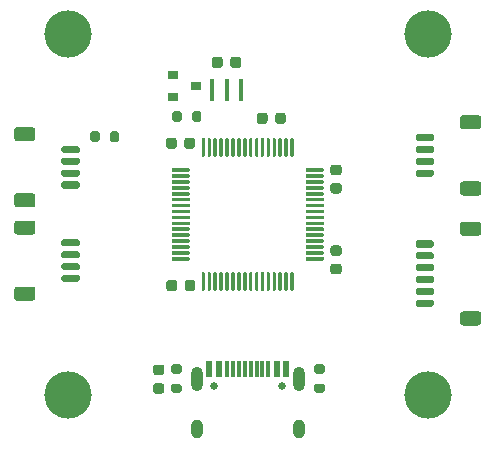
<source format=gbr>
%TF.GenerationSoftware,KiCad,Pcbnew,5.1.8-db9833491~87~ubuntu20.04.1*%
%TF.CreationDate,2020-11-23T17:18:25+01:00*%
%TF.ProjectId,rosalyn-fc,726f7361-6c79-46e2-9d66-632e6b696361,v0.1*%
%TF.SameCoordinates,Original*%
%TF.FileFunction,Soldermask,Bot*%
%TF.FilePolarity,Negative*%
%FSLAX46Y46*%
G04 Gerber Fmt 4.6, Leading zero omitted, Abs format (unit mm)*
G04 Created by KiCad (PCBNEW 5.1.8-db9833491~87~ubuntu20.04.1) date 2020-11-23 17:18:25*
%MOMM*%
%LPD*%
G01*
G04 APERTURE LIST*
%ADD10C,4.000000*%
%ADD11R,0.900000X0.800000*%
%ADD12R,0.400000X1.900000*%
%ADD13R,0.600000X1.450000*%
%ADD14R,0.300000X1.450000*%
%ADD15O,1.000000X2.100000*%
%ADD16C,0.650000*%
%ADD17O,1.000000X1.600000*%
G04 APERTURE END LIST*
D10*
%TO.C,H2*%
X134750000Y-115250000D03*
%TD*%
%TO.C,C16*%
G36*
G01*
X151675000Y-91610000D02*
X151675000Y-92110000D01*
G75*
G02*
X151450000Y-92335000I-225000J0D01*
G01*
X151000000Y-92335000D01*
G75*
G02*
X150775000Y-92110000I0J225000D01*
G01*
X150775000Y-91610000D01*
G75*
G02*
X151000000Y-91385000I225000J0D01*
G01*
X151450000Y-91385000D01*
G75*
G02*
X151675000Y-91610000I0J-225000D01*
G01*
G37*
G36*
G01*
X153225000Y-91610000D02*
X153225000Y-92110000D01*
G75*
G02*
X153000000Y-92335000I-225000J0D01*
G01*
X152550000Y-92335000D01*
G75*
G02*
X152325000Y-92110000I0J225000D01*
G01*
X152325000Y-91610000D01*
G75*
G02*
X152550000Y-91385000I225000J0D01*
G01*
X153000000Y-91385000D01*
G75*
G02*
X153225000Y-91610000I0J-225000D01*
G01*
G37*
%TD*%
%TO.C,C12*%
G36*
G01*
X143985000Y-93720000D02*
X143985000Y-94220000D01*
G75*
G02*
X143760000Y-94445000I-225000J0D01*
G01*
X143310000Y-94445000D01*
G75*
G02*
X143085000Y-94220000I0J225000D01*
G01*
X143085000Y-93720000D01*
G75*
G02*
X143310000Y-93495000I225000J0D01*
G01*
X143760000Y-93495000D01*
G75*
G02*
X143985000Y-93720000I0J-225000D01*
G01*
G37*
G36*
G01*
X145535000Y-93720000D02*
X145535000Y-94220000D01*
G75*
G02*
X145310000Y-94445000I-225000J0D01*
G01*
X144860000Y-94445000D01*
G75*
G02*
X144635000Y-94220000I0J225000D01*
G01*
X144635000Y-93720000D01*
G75*
G02*
X144860000Y-93495000I225000J0D01*
G01*
X145310000Y-93495000D01*
G75*
G02*
X145535000Y-93720000I0J-225000D01*
G01*
G37*
%TD*%
%TO.C,C11*%
G36*
G01*
X144015000Y-105770000D02*
X144015000Y-106270000D01*
G75*
G02*
X143790000Y-106495000I-225000J0D01*
G01*
X143340000Y-106495000D01*
G75*
G02*
X143115000Y-106270000I0J225000D01*
G01*
X143115000Y-105770000D01*
G75*
G02*
X143340000Y-105545000I225000J0D01*
G01*
X143790000Y-105545000D01*
G75*
G02*
X144015000Y-105770000I0J-225000D01*
G01*
G37*
G36*
G01*
X145565000Y-105770000D02*
X145565000Y-106270000D01*
G75*
G02*
X145340000Y-106495000I-225000J0D01*
G01*
X144890000Y-106495000D01*
G75*
G02*
X144665000Y-106270000I0J225000D01*
G01*
X144665000Y-105770000D01*
G75*
G02*
X144890000Y-105545000I225000J0D01*
G01*
X145340000Y-105545000D01*
G75*
G02*
X145565000Y-105770000I0J-225000D01*
G01*
G37*
%TD*%
%TO.C,C10*%
G36*
G01*
X157720000Y-96675000D02*
X157220000Y-96675000D01*
G75*
G02*
X156995000Y-96450000I0J225000D01*
G01*
X156995000Y-96000000D01*
G75*
G02*
X157220000Y-95775000I225000J0D01*
G01*
X157720000Y-95775000D01*
G75*
G02*
X157945000Y-96000000I0J-225000D01*
G01*
X157945000Y-96450000D01*
G75*
G02*
X157720000Y-96675000I-225000J0D01*
G01*
G37*
G36*
G01*
X157720000Y-98225000D02*
X157220000Y-98225000D01*
G75*
G02*
X156995000Y-98000000I0J225000D01*
G01*
X156995000Y-97550000D01*
G75*
G02*
X157220000Y-97325000I225000J0D01*
G01*
X157720000Y-97325000D01*
G75*
G02*
X157945000Y-97550000I0J-225000D01*
G01*
X157945000Y-98000000D01*
G75*
G02*
X157720000Y-98225000I-225000J0D01*
G01*
G37*
%TD*%
%TO.C,C9*%
G36*
G01*
X157730000Y-103515000D02*
X157230000Y-103515000D01*
G75*
G02*
X157005000Y-103290000I0J225000D01*
G01*
X157005000Y-102840000D01*
G75*
G02*
X157230000Y-102615000I225000J0D01*
G01*
X157730000Y-102615000D01*
G75*
G02*
X157955000Y-102840000I0J-225000D01*
G01*
X157955000Y-103290000D01*
G75*
G02*
X157730000Y-103515000I-225000J0D01*
G01*
G37*
G36*
G01*
X157730000Y-105065000D02*
X157230000Y-105065000D01*
G75*
G02*
X157005000Y-104840000I0J225000D01*
G01*
X157005000Y-104390000D01*
G75*
G02*
X157230000Y-104165000I225000J0D01*
G01*
X157730000Y-104165000D01*
G75*
G02*
X157955000Y-104390000I0J-225000D01*
G01*
X157955000Y-104840000D01*
G75*
G02*
X157730000Y-105065000I-225000J0D01*
G01*
G37*
%TD*%
%TO.C,U2*%
G36*
G01*
X146175000Y-93550000D02*
X146325000Y-93550000D01*
G75*
G02*
X146400000Y-93625000I0J-75000D01*
G01*
X146400000Y-95025000D01*
G75*
G02*
X146325000Y-95100000I-75000J0D01*
G01*
X146175000Y-95100000D01*
G75*
G02*
X146100000Y-95025000I0J75000D01*
G01*
X146100000Y-93625000D01*
G75*
G02*
X146175000Y-93550000I75000J0D01*
G01*
G37*
G36*
G01*
X146675000Y-93550000D02*
X146825000Y-93550000D01*
G75*
G02*
X146900000Y-93625000I0J-75000D01*
G01*
X146900000Y-95025000D01*
G75*
G02*
X146825000Y-95100000I-75000J0D01*
G01*
X146675000Y-95100000D01*
G75*
G02*
X146600000Y-95025000I0J75000D01*
G01*
X146600000Y-93625000D01*
G75*
G02*
X146675000Y-93550000I75000J0D01*
G01*
G37*
G36*
G01*
X147175000Y-93550000D02*
X147325000Y-93550000D01*
G75*
G02*
X147400000Y-93625000I0J-75000D01*
G01*
X147400000Y-95025000D01*
G75*
G02*
X147325000Y-95100000I-75000J0D01*
G01*
X147175000Y-95100000D01*
G75*
G02*
X147100000Y-95025000I0J75000D01*
G01*
X147100000Y-93625000D01*
G75*
G02*
X147175000Y-93550000I75000J0D01*
G01*
G37*
G36*
G01*
X147675000Y-93550000D02*
X147825000Y-93550000D01*
G75*
G02*
X147900000Y-93625000I0J-75000D01*
G01*
X147900000Y-95025000D01*
G75*
G02*
X147825000Y-95100000I-75000J0D01*
G01*
X147675000Y-95100000D01*
G75*
G02*
X147600000Y-95025000I0J75000D01*
G01*
X147600000Y-93625000D01*
G75*
G02*
X147675000Y-93550000I75000J0D01*
G01*
G37*
G36*
G01*
X148175000Y-93550000D02*
X148325000Y-93550000D01*
G75*
G02*
X148400000Y-93625000I0J-75000D01*
G01*
X148400000Y-95025000D01*
G75*
G02*
X148325000Y-95100000I-75000J0D01*
G01*
X148175000Y-95100000D01*
G75*
G02*
X148100000Y-95025000I0J75000D01*
G01*
X148100000Y-93625000D01*
G75*
G02*
X148175000Y-93550000I75000J0D01*
G01*
G37*
G36*
G01*
X148675000Y-93550000D02*
X148825000Y-93550000D01*
G75*
G02*
X148900000Y-93625000I0J-75000D01*
G01*
X148900000Y-95025000D01*
G75*
G02*
X148825000Y-95100000I-75000J0D01*
G01*
X148675000Y-95100000D01*
G75*
G02*
X148600000Y-95025000I0J75000D01*
G01*
X148600000Y-93625000D01*
G75*
G02*
X148675000Y-93550000I75000J0D01*
G01*
G37*
G36*
G01*
X149175000Y-93550000D02*
X149325000Y-93550000D01*
G75*
G02*
X149400000Y-93625000I0J-75000D01*
G01*
X149400000Y-95025000D01*
G75*
G02*
X149325000Y-95100000I-75000J0D01*
G01*
X149175000Y-95100000D01*
G75*
G02*
X149100000Y-95025000I0J75000D01*
G01*
X149100000Y-93625000D01*
G75*
G02*
X149175000Y-93550000I75000J0D01*
G01*
G37*
G36*
G01*
X149675000Y-93550000D02*
X149825000Y-93550000D01*
G75*
G02*
X149900000Y-93625000I0J-75000D01*
G01*
X149900000Y-95025000D01*
G75*
G02*
X149825000Y-95100000I-75000J0D01*
G01*
X149675000Y-95100000D01*
G75*
G02*
X149600000Y-95025000I0J75000D01*
G01*
X149600000Y-93625000D01*
G75*
G02*
X149675000Y-93550000I75000J0D01*
G01*
G37*
G36*
G01*
X150175000Y-93550000D02*
X150325000Y-93550000D01*
G75*
G02*
X150400000Y-93625000I0J-75000D01*
G01*
X150400000Y-95025000D01*
G75*
G02*
X150325000Y-95100000I-75000J0D01*
G01*
X150175000Y-95100000D01*
G75*
G02*
X150100000Y-95025000I0J75000D01*
G01*
X150100000Y-93625000D01*
G75*
G02*
X150175000Y-93550000I75000J0D01*
G01*
G37*
G36*
G01*
X150675000Y-93550000D02*
X150825000Y-93550000D01*
G75*
G02*
X150900000Y-93625000I0J-75000D01*
G01*
X150900000Y-95025000D01*
G75*
G02*
X150825000Y-95100000I-75000J0D01*
G01*
X150675000Y-95100000D01*
G75*
G02*
X150600000Y-95025000I0J75000D01*
G01*
X150600000Y-93625000D01*
G75*
G02*
X150675000Y-93550000I75000J0D01*
G01*
G37*
G36*
G01*
X151175000Y-93550000D02*
X151325000Y-93550000D01*
G75*
G02*
X151400000Y-93625000I0J-75000D01*
G01*
X151400000Y-95025000D01*
G75*
G02*
X151325000Y-95100000I-75000J0D01*
G01*
X151175000Y-95100000D01*
G75*
G02*
X151100000Y-95025000I0J75000D01*
G01*
X151100000Y-93625000D01*
G75*
G02*
X151175000Y-93550000I75000J0D01*
G01*
G37*
G36*
G01*
X151675000Y-93550000D02*
X151825000Y-93550000D01*
G75*
G02*
X151900000Y-93625000I0J-75000D01*
G01*
X151900000Y-95025000D01*
G75*
G02*
X151825000Y-95100000I-75000J0D01*
G01*
X151675000Y-95100000D01*
G75*
G02*
X151600000Y-95025000I0J75000D01*
G01*
X151600000Y-93625000D01*
G75*
G02*
X151675000Y-93550000I75000J0D01*
G01*
G37*
G36*
G01*
X152175000Y-93550000D02*
X152325000Y-93550000D01*
G75*
G02*
X152400000Y-93625000I0J-75000D01*
G01*
X152400000Y-95025000D01*
G75*
G02*
X152325000Y-95100000I-75000J0D01*
G01*
X152175000Y-95100000D01*
G75*
G02*
X152100000Y-95025000I0J75000D01*
G01*
X152100000Y-93625000D01*
G75*
G02*
X152175000Y-93550000I75000J0D01*
G01*
G37*
G36*
G01*
X152675000Y-93550000D02*
X152825000Y-93550000D01*
G75*
G02*
X152900000Y-93625000I0J-75000D01*
G01*
X152900000Y-95025000D01*
G75*
G02*
X152825000Y-95100000I-75000J0D01*
G01*
X152675000Y-95100000D01*
G75*
G02*
X152600000Y-95025000I0J75000D01*
G01*
X152600000Y-93625000D01*
G75*
G02*
X152675000Y-93550000I75000J0D01*
G01*
G37*
G36*
G01*
X153175000Y-93550000D02*
X153325000Y-93550000D01*
G75*
G02*
X153400000Y-93625000I0J-75000D01*
G01*
X153400000Y-95025000D01*
G75*
G02*
X153325000Y-95100000I-75000J0D01*
G01*
X153175000Y-95100000D01*
G75*
G02*
X153100000Y-95025000I0J75000D01*
G01*
X153100000Y-93625000D01*
G75*
G02*
X153175000Y-93550000I75000J0D01*
G01*
G37*
G36*
G01*
X153675000Y-93550000D02*
X153825000Y-93550000D01*
G75*
G02*
X153900000Y-93625000I0J-75000D01*
G01*
X153900000Y-95025000D01*
G75*
G02*
X153825000Y-95100000I-75000J0D01*
G01*
X153675000Y-95100000D01*
G75*
G02*
X153600000Y-95025000I0J75000D01*
G01*
X153600000Y-93625000D01*
G75*
G02*
X153675000Y-93550000I75000J0D01*
G01*
G37*
G36*
G01*
X154975000Y-96100000D02*
X156375000Y-96100000D01*
G75*
G02*
X156450000Y-96175000I0J-75000D01*
G01*
X156450000Y-96325000D01*
G75*
G02*
X156375000Y-96400000I-75000J0D01*
G01*
X154975000Y-96400000D01*
G75*
G02*
X154900000Y-96325000I0J75000D01*
G01*
X154900000Y-96175000D01*
G75*
G02*
X154975000Y-96100000I75000J0D01*
G01*
G37*
G36*
G01*
X154975000Y-96600000D02*
X156375000Y-96600000D01*
G75*
G02*
X156450000Y-96675000I0J-75000D01*
G01*
X156450000Y-96825000D01*
G75*
G02*
X156375000Y-96900000I-75000J0D01*
G01*
X154975000Y-96900000D01*
G75*
G02*
X154900000Y-96825000I0J75000D01*
G01*
X154900000Y-96675000D01*
G75*
G02*
X154975000Y-96600000I75000J0D01*
G01*
G37*
G36*
G01*
X154975000Y-97100000D02*
X156375000Y-97100000D01*
G75*
G02*
X156450000Y-97175000I0J-75000D01*
G01*
X156450000Y-97325000D01*
G75*
G02*
X156375000Y-97400000I-75000J0D01*
G01*
X154975000Y-97400000D01*
G75*
G02*
X154900000Y-97325000I0J75000D01*
G01*
X154900000Y-97175000D01*
G75*
G02*
X154975000Y-97100000I75000J0D01*
G01*
G37*
G36*
G01*
X154975000Y-97600000D02*
X156375000Y-97600000D01*
G75*
G02*
X156450000Y-97675000I0J-75000D01*
G01*
X156450000Y-97825000D01*
G75*
G02*
X156375000Y-97900000I-75000J0D01*
G01*
X154975000Y-97900000D01*
G75*
G02*
X154900000Y-97825000I0J75000D01*
G01*
X154900000Y-97675000D01*
G75*
G02*
X154975000Y-97600000I75000J0D01*
G01*
G37*
G36*
G01*
X154975000Y-98100000D02*
X156375000Y-98100000D01*
G75*
G02*
X156450000Y-98175000I0J-75000D01*
G01*
X156450000Y-98325000D01*
G75*
G02*
X156375000Y-98400000I-75000J0D01*
G01*
X154975000Y-98400000D01*
G75*
G02*
X154900000Y-98325000I0J75000D01*
G01*
X154900000Y-98175000D01*
G75*
G02*
X154975000Y-98100000I75000J0D01*
G01*
G37*
G36*
G01*
X154975000Y-98600000D02*
X156375000Y-98600000D01*
G75*
G02*
X156450000Y-98675000I0J-75000D01*
G01*
X156450000Y-98825000D01*
G75*
G02*
X156375000Y-98900000I-75000J0D01*
G01*
X154975000Y-98900000D01*
G75*
G02*
X154900000Y-98825000I0J75000D01*
G01*
X154900000Y-98675000D01*
G75*
G02*
X154975000Y-98600000I75000J0D01*
G01*
G37*
G36*
G01*
X154975000Y-99100000D02*
X156375000Y-99100000D01*
G75*
G02*
X156450000Y-99175000I0J-75000D01*
G01*
X156450000Y-99325000D01*
G75*
G02*
X156375000Y-99400000I-75000J0D01*
G01*
X154975000Y-99400000D01*
G75*
G02*
X154900000Y-99325000I0J75000D01*
G01*
X154900000Y-99175000D01*
G75*
G02*
X154975000Y-99100000I75000J0D01*
G01*
G37*
G36*
G01*
X154975000Y-99600000D02*
X156375000Y-99600000D01*
G75*
G02*
X156450000Y-99675000I0J-75000D01*
G01*
X156450000Y-99825000D01*
G75*
G02*
X156375000Y-99900000I-75000J0D01*
G01*
X154975000Y-99900000D01*
G75*
G02*
X154900000Y-99825000I0J75000D01*
G01*
X154900000Y-99675000D01*
G75*
G02*
X154975000Y-99600000I75000J0D01*
G01*
G37*
G36*
G01*
X154975000Y-100100000D02*
X156375000Y-100100000D01*
G75*
G02*
X156450000Y-100175000I0J-75000D01*
G01*
X156450000Y-100325000D01*
G75*
G02*
X156375000Y-100400000I-75000J0D01*
G01*
X154975000Y-100400000D01*
G75*
G02*
X154900000Y-100325000I0J75000D01*
G01*
X154900000Y-100175000D01*
G75*
G02*
X154975000Y-100100000I75000J0D01*
G01*
G37*
G36*
G01*
X154975000Y-100600000D02*
X156375000Y-100600000D01*
G75*
G02*
X156450000Y-100675000I0J-75000D01*
G01*
X156450000Y-100825000D01*
G75*
G02*
X156375000Y-100900000I-75000J0D01*
G01*
X154975000Y-100900000D01*
G75*
G02*
X154900000Y-100825000I0J75000D01*
G01*
X154900000Y-100675000D01*
G75*
G02*
X154975000Y-100600000I75000J0D01*
G01*
G37*
G36*
G01*
X154975000Y-101100000D02*
X156375000Y-101100000D01*
G75*
G02*
X156450000Y-101175000I0J-75000D01*
G01*
X156450000Y-101325000D01*
G75*
G02*
X156375000Y-101400000I-75000J0D01*
G01*
X154975000Y-101400000D01*
G75*
G02*
X154900000Y-101325000I0J75000D01*
G01*
X154900000Y-101175000D01*
G75*
G02*
X154975000Y-101100000I75000J0D01*
G01*
G37*
G36*
G01*
X154975000Y-101600000D02*
X156375000Y-101600000D01*
G75*
G02*
X156450000Y-101675000I0J-75000D01*
G01*
X156450000Y-101825000D01*
G75*
G02*
X156375000Y-101900000I-75000J0D01*
G01*
X154975000Y-101900000D01*
G75*
G02*
X154900000Y-101825000I0J75000D01*
G01*
X154900000Y-101675000D01*
G75*
G02*
X154975000Y-101600000I75000J0D01*
G01*
G37*
G36*
G01*
X154975000Y-102100000D02*
X156375000Y-102100000D01*
G75*
G02*
X156450000Y-102175000I0J-75000D01*
G01*
X156450000Y-102325000D01*
G75*
G02*
X156375000Y-102400000I-75000J0D01*
G01*
X154975000Y-102400000D01*
G75*
G02*
X154900000Y-102325000I0J75000D01*
G01*
X154900000Y-102175000D01*
G75*
G02*
X154975000Y-102100000I75000J0D01*
G01*
G37*
G36*
G01*
X154975000Y-102600000D02*
X156375000Y-102600000D01*
G75*
G02*
X156450000Y-102675000I0J-75000D01*
G01*
X156450000Y-102825000D01*
G75*
G02*
X156375000Y-102900000I-75000J0D01*
G01*
X154975000Y-102900000D01*
G75*
G02*
X154900000Y-102825000I0J75000D01*
G01*
X154900000Y-102675000D01*
G75*
G02*
X154975000Y-102600000I75000J0D01*
G01*
G37*
G36*
G01*
X154975000Y-103100000D02*
X156375000Y-103100000D01*
G75*
G02*
X156450000Y-103175000I0J-75000D01*
G01*
X156450000Y-103325000D01*
G75*
G02*
X156375000Y-103400000I-75000J0D01*
G01*
X154975000Y-103400000D01*
G75*
G02*
X154900000Y-103325000I0J75000D01*
G01*
X154900000Y-103175000D01*
G75*
G02*
X154975000Y-103100000I75000J0D01*
G01*
G37*
G36*
G01*
X154975000Y-103600000D02*
X156375000Y-103600000D01*
G75*
G02*
X156450000Y-103675000I0J-75000D01*
G01*
X156450000Y-103825000D01*
G75*
G02*
X156375000Y-103900000I-75000J0D01*
G01*
X154975000Y-103900000D01*
G75*
G02*
X154900000Y-103825000I0J75000D01*
G01*
X154900000Y-103675000D01*
G75*
G02*
X154975000Y-103600000I75000J0D01*
G01*
G37*
G36*
G01*
X153675000Y-104900000D02*
X153825000Y-104900000D01*
G75*
G02*
X153900000Y-104975000I0J-75000D01*
G01*
X153900000Y-106375000D01*
G75*
G02*
X153825000Y-106450000I-75000J0D01*
G01*
X153675000Y-106450000D01*
G75*
G02*
X153600000Y-106375000I0J75000D01*
G01*
X153600000Y-104975000D01*
G75*
G02*
X153675000Y-104900000I75000J0D01*
G01*
G37*
G36*
G01*
X153175000Y-104900000D02*
X153325000Y-104900000D01*
G75*
G02*
X153400000Y-104975000I0J-75000D01*
G01*
X153400000Y-106375000D01*
G75*
G02*
X153325000Y-106450000I-75000J0D01*
G01*
X153175000Y-106450000D01*
G75*
G02*
X153100000Y-106375000I0J75000D01*
G01*
X153100000Y-104975000D01*
G75*
G02*
X153175000Y-104900000I75000J0D01*
G01*
G37*
G36*
G01*
X152675000Y-104900000D02*
X152825000Y-104900000D01*
G75*
G02*
X152900000Y-104975000I0J-75000D01*
G01*
X152900000Y-106375000D01*
G75*
G02*
X152825000Y-106450000I-75000J0D01*
G01*
X152675000Y-106450000D01*
G75*
G02*
X152600000Y-106375000I0J75000D01*
G01*
X152600000Y-104975000D01*
G75*
G02*
X152675000Y-104900000I75000J0D01*
G01*
G37*
G36*
G01*
X152175000Y-104900000D02*
X152325000Y-104900000D01*
G75*
G02*
X152400000Y-104975000I0J-75000D01*
G01*
X152400000Y-106375000D01*
G75*
G02*
X152325000Y-106450000I-75000J0D01*
G01*
X152175000Y-106450000D01*
G75*
G02*
X152100000Y-106375000I0J75000D01*
G01*
X152100000Y-104975000D01*
G75*
G02*
X152175000Y-104900000I75000J0D01*
G01*
G37*
G36*
G01*
X151675000Y-104900000D02*
X151825000Y-104900000D01*
G75*
G02*
X151900000Y-104975000I0J-75000D01*
G01*
X151900000Y-106375000D01*
G75*
G02*
X151825000Y-106450000I-75000J0D01*
G01*
X151675000Y-106450000D01*
G75*
G02*
X151600000Y-106375000I0J75000D01*
G01*
X151600000Y-104975000D01*
G75*
G02*
X151675000Y-104900000I75000J0D01*
G01*
G37*
G36*
G01*
X151175000Y-104900000D02*
X151325000Y-104900000D01*
G75*
G02*
X151400000Y-104975000I0J-75000D01*
G01*
X151400000Y-106375000D01*
G75*
G02*
X151325000Y-106450000I-75000J0D01*
G01*
X151175000Y-106450000D01*
G75*
G02*
X151100000Y-106375000I0J75000D01*
G01*
X151100000Y-104975000D01*
G75*
G02*
X151175000Y-104900000I75000J0D01*
G01*
G37*
G36*
G01*
X150675000Y-104900000D02*
X150825000Y-104900000D01*
G75*
G02*
X150900000Y-104975000I0J-75000D01*
G01*
X150900000Y-106375000D01*
G75*
G02*
X150825000Y-106450000I-75000J0D01*
G01*
X150675000Y-106450000D01*
G75*
G02*
X150600000Y-106375000I0J75000D01*
G01*
X150600000Y-104975000D01*
G75*
G02*
X150675000Y-104900000I75000J0D01*
G01*
G37*
G36*
G01*
X150175000Y-104900000D02*
X150325000Y-104900000D01*
G75*
G02*
X150400000Y-104975000I0J-75000D01*
G01*
X150400000Y-106375000D01*
G75*
G02*
X150325000Y-106450000I-75000J0D01*
G01*
X150175000Y-106450000D01*
G75*
G02*
X150100000Y-106375000I0J75000D01*
G01*
X150100000Y-104975000D01*
G75*
G02*
X150175000Y-104900000I75000J0D01*
G01*
G37*
G36*
G01*
X149675000Y-104900000D02*
X149825000Y-104900000D01*
G75*
G02*
X149900000Y-104975000I0J-75000D01*
G01*
X149900000Y-106375000D01*
G75*
G02*
X149825000Y-106450000I-75000J0D01*
G01*
X149675000Y-106450000D01*
G75*
G02*
X149600000Y-106375000I0J75000D01*
G01*
X149600000Y-104975000D01*
G75*
G02*
X149675000Y-104900000I75000J0D01*
G01*
G37*
G36*
G01*
X149175000Y-104900000D02*
X149325000Y-104900000D01*
G75*
G02*
X149400000Y-104975000I0J-75000D01*
G01*
X149400000Y-106375000D01*
G75*
G02*
X149325000Y-106450000I-75000J0D01*
G01*
X149175000Y-106450000D01*
G75*
G02*
X149100000Y-106375000I0J75000D01*
G01*
X149100000Y-104975000D01*
G75*
G02*
X149175000Y-104900000I75000J0D01*
G01*
G37*
G36*
G01*
X148675000Y-104900000D02*
X148825000Y-104900000D01*
G75*
G02*
X148900000Y-104975000I0J-75000D01*
G01*
X148900000Y-106375000D01*
G75*
G02*
X148825000Y-106450000I-75000J0D01*
G01*
X148675000Y-106450000D01*
G75*
G02*
X148600000Y-106375000I0J75000D01*
G01*
X148600000Y-104975000D01*
G75*
G02*
X148675000Y-104900000I75000J0D01*
G01*
G37*
G36*
G01*
X148175000Y-104900000D02*
X148325000Y-104900000D01*
G75*
G02*
X148400000Y-104975000I0J-75000D01*
G01*
X148400000Y-106375000D01*
G75*
G02*
X148325000Y-106450000I-75000J0D01*
G01*
X148175000Y-106450000D01*
G75*
G02*
X148100000Y-106375000I0J75000D01*
G01*
X148100000Y-104975000D01*
G75*
G02*
X148175000Y-104900000I75000J0D01*
G01*
G37*
G36*
G01*
X147675000Y-104900000D02*
X147825000Y-104900000D01*
G75*
G02*
X147900000Y-104975000I0J-75000D01*
G01*
X147900000Y-106375000D01*
G75*
G02*
X147825000Y-106450000I-75000J0D01*
G01*
X147675000Y-106450000D01*
G75*
G02*
X147600000Y-106375000I0J75000D01*
G01*
X147600000Y-104975000D01*
G75*
G02*
X147675000Y-104900000I75000J0D01*
G01*
G37*
G36*
G01*
X147175000Y-104900000D02*
X147325000Y-104900000D01*
G75*
G02*
X147400000Y-104975000I0J-75000D01*
G01*
X147400000Y-106375000D01*
G75*
G02*
X147325000Y-106450000I-75000J0D01*
G01*
X147175000Y-106450000D01*
G75*
G02*
X147100000Y-106375000I0J75000D01*
G01*
X147100000Y-104975000D01*
G75*
G02*
X147175000Y-104900000I75000J0D01*
G01*
G37*
G36*
G01*
X146675000Y-104900000D02*
X146825000Y-104900000D01*
G75*
G02*
X146900000Y-104975000I0J-75000D01*
G01*
X146900000Y-106375000D01*
G75*
G02*
X146825000Y-106450000I-75000J0D01*
G01*
X146675000Y-106450000D01*
G75*
G02*
X146600000Y-106375000I0J75000D01*
G01*
X146600000Y-104975000D01*
G75*
G02*
X146675000Y-104900000I75000J0D01*
G01*
G37*
G36*
G01*
X146175000Y-104900000D02*
X146325000Y-104900000D01*
G75*
G02*
X146400000Y-104975000I0J-75000D01*
G01*
X146400000Y-106375000D01*
G75*
G02*
X146325000Y-106450000I-75000J0D01*
G01*
X146175000Y-106450000D01*
G75*
G02*
X146100000Y-106375000I0J75000D01*
G01*
X146100000Y-104975000D01*
G75*
G02*
X146175000Y-104900000I75000J0D01*
G01*
G37*
G36*
G01*
X143625000Y-103600000D02*
X145025000Y-103600000D01*
G75*
G02*
X145100000Y-103675000I0J-75000D01*
G01*
X145100000Y-103825000D01*
G75*
G02*
X145025000Y-103900000I-75000J0D01*
G01*
X143625000Y-103900000D01*
G75*
G02*
X143550000Y-103825000I0J75000D01*
G01*
X143550000Y-103675000D01*
G75*
G02*
X143625000Y-103600000I75000J0D01*
G01*
G37*
G36*
G01*
X143625000Y-103100000D02*
X145025000Y-103100000D01*
G75*
G02*
X145100000Y-103175000I0J-75000D01*
G01*
X145100000Y-103325000D01*
G75*
G02*
X145025000Y-103400000I-75000J0D01*
G01*
X143625000Y-103400000D01*
G75*
G02*
X143550000Y-103325000I0J75000D01*
G01*
X143550000Y-103175000D01*
G75*
G02*
X143625000Y-103100000I75000J0D01*
G01*
G37*
G36*
G01*
X143625000Y-102600000D02*
X145025000Y-102600000D01*
G75*
G02*
X145100000Y-102675000I0J-75000D01*
G01*
X145100000Y-102825000D01*
G75*
G02*
X145025000Y-102900000I-75000J0D01*
G01*
X143625000Y-102900000D01*
G75*
G02*
X143550000Y-102825000I0J75000D01*
G01*
X143550000Y-102675000D01*
G75*
G02*
X143625000Y-102600000I75000J0D01*
G01*
G37*
G36*
G01*
X143625000Y-102100000D02*
X145025000Y-102100000D01*
G75*
G02*
X145100000Y-102175000I0J-75000D01*
G01*
X145100000Y-102325000D01*
G75*
G02*
X145025000Y-102400000I-75000J0D01*
G01*
X143625000Y-102400000D01*
G75*
G02*
X143550000Y-102325000I0J75000D01*
G01*
X143550000Y-102175000D01*
G75*
G02*
X143625000Y-102100000I75000J0D01*
G01*
G37*
G36*
G01*
X143625000Y-101600000D02*
X145025000Y-101600000D01*
G75*
G02*
X145100000Y-101675000I0J-75000D01*
G01*
X145100000Y-101825000D01*
G75*
G02*
X145025000Y-101900000I-75000J0D01*
G01*
X143625000Y-101900000D01*
G75*
G02*
X143550000Y-101825000I0J75000D01*
G01*
X143550000Y-101675000D01*
G75*
G02*
X143625000Y-101600000I75000J0D01*
G01*
G37*
G36*
G01*
X143625000Y-101100000D02*
X145025000Y-101100000D01*
G75*
G02*
X145100000Y-101175000I0J-75000D01*
G01*
X145100000Y-101325000D01*
G75*
G02*
X145025000Y-101400000I-75000J0D01*
G01*
X143625000Y-101400000D01*
G75*
G02*
X143550000Y-101325000I0J75000D01*
G01*
X143550000Y-101175000D01*
G75*
G02*
X143625000Y-101100000I75000J0D01*
G01*
G37*
G36*
G01*
X143625000Y-100600000D02*
X145025000Y-100600000D01*
G75*
G02*
X145100000Y-100675000I0J-75000D01*
G01*
X145100000Y-100825000D01*
G75*
G02*
X145025000Y-100900000I-75000J0D01*
G01*
X143625000Y-100900000D01*
G75*
G02*
X143550000Y-100825000I0J75000D01*
G01*
X143550000Y-100675000D01*
G75*
G02*
X143625000Y-100600000I75000J0D01*
G01*
G37*
G36*
G01*
X143625000Y-100100000D02*
X145025000Y-100100000D01*
G75*
G02*
X145100000Y-100175000I0J-75000D01*
G01*
X145100000Y-100325000D01*
G75*
G02*
X145025000Y-100400000I-75000J0D01*
G01*
X143625000Y-100400000D01*
G75*
G02*
X143550000Y-100325000I0J75000D01*
G01*
X143550000Y-100175000D01*
G75*
G02*
X143625000Y-100100000I75000J0D01*
G01*
G37*
G36*
G01*
X143625000Y-99600000D02*
X145025000Y-99600000D01*
G75*
G02*
X145100000Y-99675000I0J-75000D01*
G01*
X145100000Y-99825000D01*
G75*
G02*
X145025000Y-99900000I-75000J0D01*
G01*
X143625000Y-99900000D01*
G75*
G02*
X143550000Y-99825000I0J75000D01*
G01*
X143550000Y-99675000D01*
G75*
G02*
X143625000Y-99600000I75000J0D01*
G01*
G37*
G36*
G01*
X143625000Y-99100000D02*
X145025000Y-99100000D01*
G75*
G02*
X145100000Y-99175000I0J-75000D01*
G01*
X145100000Y-99325000D01*
G75*
G02*
X145025000Y-99400000I-75000J0D01*
G01*
X143625000Y-99400000D01*
G75*
G02*
X143550000Y-99325000I0J75000D01*
G01*
X143550000Y-99175000D01*
G75*
G02*
X143625000Y-99100000I75000J0D01*
G01*
G37*
G36*
G01*
X143625000Y-98600000D02*
X145025000Y-98600000D01*
G75*
G02*
X145100000Y-98675000I0J-75000D01*
G01*
X145100000Y-98825000D01*
G75*
G02*
X145025000Y-98900000I-75000J0D01*
G01*
X143625000Y-98900000D01*
G75*
G02*
X143550000Y-98825000I0J75000D01*
G01*
X143550000Y-98675000D01*
G75*
G02*
X143625000Y-98600000I75000J0D01*
G01*
G37*
G36*
G01*
X143625000Y-98100000D02*
X145025000Y-98100000D01*
G75*
G02*
X145100000Y-98175000I0J-75000D01*
G01*
X145100000Y-98325000D01*
G75*
G02*
X145025000Y-98400000I-75000J0D01*
G01*
X143625000Y-98400000D01*
G75*
G02*
X143550000Y-98325000I0J75000D01*
G01*
X143550000Y-98175000D01*
G75*
G02*
X143625000Y-98100000I75000J0D01*
G01*
G37*
G36*
G01*
X143625000Y-97600000D02*
X145025000Y-97600000D01*
G75*
G02*
X145100000Y-97675000I0J-75000D01*
G01*
X145100000Y-97825000D01*
G75*
G02*
X145025000Y-97900000I-75000J0D01*
G01*
X143625000Y-97900000D01*
G75*
G02*
X143550000Y-97825000I0J75000D01*
G01*
X143550000Y-97675000D01*
G75*
G02*
X143625000Y-97600000I75000J0D01*
G01*
G37*
G36*
G01*
X143625000Y-97100000D02*
X145025000Y-97100000D01*
G75*
G02*
X145100000Y-97175000I0J-75000D01*
G01*
X145100000Y-97325000D01*
G75*
G02*
X145025000Y-97400000I-75000J0D01*
G01*
X143625000Y-97400000D01*
G75*
G02*
X143550000Y-97325000I0J75000D01*
G01*
X143550000Y-97175000D01*
G75*
G02*
X143625000Y-97100000I75000J0D01*
G01*
G37*
G36*
G01*
X143625000Y-96600000D02*
X145025000Y-96600000D01*
G75*
G02*
X145100000Y-96675000I0J-75000D01*
G01*
X145100000Y-96825000D01*
G75*
G02*
X145025000Y-96900000I-75000J0D01*
G01*
X143625000Y-96900000D01*
G75*
G02*
X143550000Y-96825000I0J75000D01*
G01*
X143550000Y-96675000D01*
G75*
G02*
X143625000Y-96600000I75000J0D01*
G01*
G37*
G36*
G01*
X143625000Y-96100000D02*
X145025000Y-96100000D01*
G75*
G02*
X145100000Y-96175000I0J-75000D01*
G01*
X145100000Y-96325000D01*
G75*
G02*
X145025000Y-96400000I-75000J0D01*
G01*
X143625000Y-96400000D01*
G75*
G02*
X143550000Y-96325000I0J75000D01*
G01*
X143550000Y-96175000D01*
G75*
G02*
X143625000Y-96100000I75000J0D01*
G01*
G37*
%TD*%
%TO.C,C8*%
G36*
G01*
X149430000Y-86880000D02*
X149430000Y-87380000D01*
G75*
G02*
X149205000Y-87605000I-225000J0D01*
G01*
X148755000Y-87605000D01*
G75*
G02*
X148530000Y-87380000I0J225000D01*
G01*
X148530000Y-86880000D01*
G75*
G02*
X148755000Y-86655000I225000J0D01*
G01*
X149205000Y-86655000D01*
G75*
G02*
X149430000Y-86880000I0J-225000D01*
G01*
G37*
G36*
G01*
X147880000Y-86880000D02*
X147880000Y-87380000D01*
G75*
G02*
X147655000Y-87605000I-225000J0D01*
G01*
X147205000Y-87605000D01*
G75*
G02*
X146980000Y-87380000I0J225000D01*
G01*
X146980000Y-86880000D01*
G75*
G02*
X147205000Y-86655000I225000J0D01*
G01*
X147655000Y-86655000D01*
G75*
G02*
X147880000Y-86880000I0J-225000D01*
G01*
G37*
%TD*%
D11*
%TO.C,Q1*%
X143650000Y-90090000D03*
X143650000Y-88190000D03*
X145650000Y-89140000D03*
%TD*%
%TO.C,R1*%
G36*
G01*
X156355000Y-113465000D02*
X155805000Y-113465000D01*
G75*
G02*
X155605000Y-113265000I0J200000D01*
G01*
X155605000Y-112865000D01*
G75*
G02*
X155805000Y-112665000I200000J0D01*
G01*
X156355000Y-112665000D01*
G75*
G02*
X156555000Y-112865000I0J-200000D01*
G01*
X156555000Y-113265000D01*
G75*
G02*
X156355000Y-113465000I-200000J0D01*
G01*
G37*
G36*
G01*
X156355000Y-115115000D02*
X155805000Y-115115000D01*
G75*
G02*
X155605000Y-114915000I0J200000D01*
G01*
X155605000Y-114515000D01*
G75*
G02*
X155805000Y-114315000I200000J0D01*
G01*
X156355000Y-114315000D01*
G75*
G02*
X156555000Y-114515000I0J-200000D01*
G01*
X156555000Y-114915000D01*
G75*
G02*
X156355000Y-115115000I-200000J0D01*
G01*
G37*
%TD*%
%TO.C,R2*%
G36*
G01*
X144225000Y-115115000D02*
X143675000Y-115115000D01*
G75*
G02*
X143475000Y-114915000I0J200000D01*
G01*
X143475000Y-114515000D01*
G75*
G02*
X143675000Y-114315000I200000J0D01*
G01*
X144225000Y-114315000D01*
G75*
G02*
X144425000Y-114515000I0J-200000D01*
G01*
X144425000Y-114915000D01*
G75*
G02*
X144225000Y-115115000I-200000J0D01*
G01*
G37*
G36*
G01*
X144225000Y-113465000D02*
X143675000Y-113465000D01*
G75*
G02*
X143475000Y-113265000I0J200000D01*
G01*
X143475000Y-112865000D01*
G75*
G02*
X143675000Y-112665000I200000J0D01*
G01*
X144225000Y-112665000D01*
G75*
G02*
X144425000Y-112865000I0J-200000D01*
G01*
X144425000Y-113265000D01*
G75*
G02*
X144225000Y-113465000I-200000J0D01*
G01*
G37*
%TD*%
%TO.C,R5*%
G36*
G01*
X139125000Y-93145000D02*
X139125000Y-93695000D01*
G75*
G02*
X138925000Y-93895000I-200000J0D01*
G01*
X138525000Y-93895000D01*
G75*
G02*
X138325000Y-93695000I0J200000D01*
G01*
X138325000Y-93145000D01*
G75*
G02*
X138525000Y-92945000I200000J0D01*
G01*
X138925000Y-92945000D01*
G75*
G02*
X139125000Y-93145000I0J-200000D01*
G01*
G37*
G36*
G01*
X137475000Y-93145000D02*
X137475000Y-93695000D01*
G75*
G02*
X137275000Y-93895000I-200000J0D01*
G01*
X136875000Y-93895000D01*
G75*
G02*
X136675000Y-93695000I0J200000D01*
G01*
X136675000Y-93145000D01*
G75*
G02*
X136875000Y-92945000I200000J0D01*
G01*
X137275000Y-92945000D01*
G75*
G02*
X137475000Y-93145000I0J-200000D01*
G01*
G37*
%TD*%
%TO.C,R8*%
G36*
G01*
X145275000Y-91975000D02*
X145275000Y-91425000D01*
G75*
G02*
X145475000Y-91225000I200000J0D01*
G01*
X145875000Y-91225000D01*
G75*
G02*
X146075000Y-91425000I0J-200000D01*
G01*
X146075000Y-91975000D01*
G75*
G02*
X145875000Y-92175000I-200000J0D01*
G01*
X145475000Y-92175000D01*
G75*
G02*
X145275000Y-91975000I0J200000D01*
G01*
G37*
G36*
G01*
X143625000Y-91975000D02*
X143625000Y-91425000D01*
G75*
G02*
X143825000Y-91225000I200000J0D01*
G01*
X144225000Y-91225000D01*
G75*
G02*
X144425000Y-91425000I0J-200000D01*
G01*
X144425000Y-91975000D01*
G75*
G02*
X144225000Y-92175000I-200000J0D01*
G01*
X143825000Y-92175000D01*
G75*
G02*
X143625000Y-91975000I0J200000D01*
G01*
G37*
%TD*%
D12*
%TO.C,Y1*%
X147010000Y-89500000D03*
X148210000Y-89500000D03*
X149410000Y-89500000D03*
%TD*%
%TO.C,D1*%
G36*
G01*
X142203750Y-112715000D02*
X142716250Y-112715000D01*
G75*
G02*
X142935000Y-112933750I0J-218750D01*
G01*
X142935000Y-113371250D01*
G75*
G02*
X142716250Y-113590000I-218750J0D01*
G01*
X142203750Y-113590000D01*
G75*
G02*
X141985000Y-113371250I0J218750D01*
G01*
X141985000Y-112933750D01*
G75*
G02*
X142203750Y-112715000I218750J0D01*
G01*
G37*
G36*
G01*
X142203750Y-114290000D02*
X142716250Y-114290000D01*
G75*
G02*
X142935000Y-114508750I0J-218750D01*
G01*
X142935000Y-114946250D01*
G75*
G02*
X142716250Y-115165000I-218750J0D01*
G01*
X142203750Y-115165000D01*
G75*
G02*
X141985000Y-114946250I0J218750D01*
G01*
X141985000Y-114508750D01*
G75*
G02*
X142203750Y-114290000I218750J0D01*
G01*
G37*
%TD*%
%TO.C,J2*%
G36*
G01*
X164375000Y-102200000D02*
X165625000Y-102200000D01*
G75*
G02*
X165775000Y-102350000I0J-150000D01*
G01*
X165775000Y-102650000D01*
G75*
G02*
X165625000Y-102800000I-150000J0D01*
G01*
X164375000Y-102800000D01*
G75*
G02*
X164225000Y-102650000I0J150000D01*
G01*
X164225000Y-102350000D01*
G75*
G02*
X164375000Y-102200000I150000J0D01*
G01*
G37*
G36*
G01*
X164375000Y-103200000D02*
X165625000Y-103200000D01*
G75*
G02*
X165775000Y-103350000I0J-150000D01*
G01*
X165775000Y-103650000D01*
G75*
G02*
X165625000Y-103800000I-150000J0D01*
G01*
X164375000Y-103800000D01*
G75*
G02*
X164225000Y-103650000I0J150000D01*
G01*
X164225000Y-103350000D01*
G75*
G02*
X164375000Y-103200000I150000J0D01*
G01*
G37*
G36*
G01*
X164375000Y-104200000D02*
X165625000Y-104200000D01*
G75*
G02*
X165775000Y-104350000I0J-150000D01*
G01*
X165775000Y-104650000D01*
G75*
G02*
X165625000Y-104800000I-150000J0D01*
G01*
X164375000Y-104800000D01*
G75*
G02*
X164225000Y-104650000I0J150000D01*
G01*
X164225000Y-104350000D01*
G75*
G02*
X164375000Y-104200000I150000J0D01*
G01*
G37*
G36*
G01*
X164375000Y-105200000D02*
X165625000Y-105200000D01*
G75*
G02*
X165775000Y-105350000I0J-150000D01*
G01*
X165775000Y-105650000D01*
G75*
G02*
X165625000Y-105800000I-150000J0D01*
G01*
X164375000Y-105800000D01*
G75*
G02*
X164225000Y-105650000I0J150000D01*
G01*
X164225000Y-105350000D01*
G75*
G02*
X164375000Y-105200000I150000J0D01*
G01*
G37*
G36*
G01*
X164375000Y-106200000D02*
X165625000Y-106200000D01*
G75*
G02*
X165775000Y-106350000I0J-150000D01*
G01*
X165775000Y-106650000D01*
G75*
G02*
X165625000Y-106800000I-150000J0D01*
G01*
X164375000Y-106800000D01*
G75*
G02*
X164225000Y-106650000I0J150000D01*
G01*
X164225000Y-106350000D01*
G75*
G02*
X164375000Y-106200000I150000J0D01*
G01*
G37*
G36*
G01*
X164375000Y-107200000D02*
X165625000Y-107200000D01*
G75*
G02*
X165775000Y-107350000I0J-150000D01*
G01*
X165775000Y-107650000D01*
G75*
G02*
X165625000Y-107800000I-150000J0D01*
G01*
X164375000Y-107800000D01*
G75*
G02*
X164225000Y-107650000I0J150000D01*
G01*
X164225000Y-107350000D01*
G75*
G02*
X164375000Y-107200000I150000J0D01*
G01*
G37*
G36*
G01*
X168224999Y-100600000D02*
X169525001Y-100600000D01*
G75*
G02*
X169775000Y-100849999I0J-249999D01*
G01*
X169775000Y-101550001D01*
G75*
G02*
X169525001Y-101800000I-249999J0D01*
G01*
X168224999Y-101800000D01*
G75*
G02*
X167975000Y-101550001I0J249999D01*
G01*
X167975000Y-100849999D01*
G75*
G02*
X168224999Y-100600000I249999J0D01*
G01*
G37*
G36*
G01*
X168224999Y-108200000D02*
X169525001Y-108200000D01*
G75*
G02*
X169775000Y-108449999I0J-249999D01*
G01*
X169775000Y-109150001D01*
G75*
G02*
X169525001Y-109400000I-249999J0D01*
G01*
X168224999Y-109400000D01*
G75*
G02*
X167975000Y-109150001I0J249999D01*
G01*
X167975000Y-108449999D01*
G75*
G02*
X168224999Y-108200000I249999J0D01*
G01*
G37*
%TD*%
%TO.C,J4*%
G36*
G01*
X164375000Y-93200000D02*
X165625000Y-93200000D01*
G75*
G02*
X165775000Y-93350000I0J-150000D01*
G01*
X165775000Y-93650000D01*
G75*
G02*
X165625000Y-93800000I-150000J0D01*
G01*
X164375000Y-93800000D01*
G75*
G02*
X164225000Y-93650000I0J150000D01*
G01*
X164225000Y-93350000D01*
G75*
G02*
X164375000Y-93200000I150000J0D01*
G01*
G37*
G36*
G01*
X164375000Y-94200000D02*
X165625000Y-94200000D01*
G75*
G02*
X165775000Y-94350000I0J-150000D01*
G01*
X165775000Y-94650000D01*
G75*
G02*
X165625000Y-94800000I-150000J0D01*
G01*
X164375000Y-94800000D01*
G75*
G02*
X164225000Y-94650000I0J150000D01*
G01*
X164225000Y-94350000D01*
G75*
G02*
X164375000Y-94200000I150000J0D01*
G01*
G37*
G36*
G01*
X164375000Y-95200000D02*
X165625000Y-95200000D01*
G75*
G02*
X165775000Y-95350000I0J-150000D01*
G01*
X165775000Y-95650000D01*
G75*
G02*
X165625000Y-95800000I-150000J0D01*
G01*
X164375000Y-95800000D01*
G75*
G02*
X164225000Y-95650000I0J150000D01*
G01*
X164225000Y-95350000D01*
G75*
G02*
X164375000Y-95200000I150000J0D01*
G01*
G37*
G36*
G01*
X164375000Y-96200000D02*
X165625000Y-96200000D01*
G75*
G02*
X165775000Y-96350000I0J-150000D01*
G01*
X165775000Y-96650000D01*
G75*
G02*
X165625000Y-96800000I-150000J0D01*
G01*
X164375000Y-96800000D01*
G75*
G02*
X164225000Y-96650000I0J150000D01*
G01*
X164225000Y-96350000D01*
G75*
G02*
X164375000Y-96200000I150000J0D01*
G01*
G37*
G36*
G01*
X168224999Y-91600000D02*
X169525001Y-91600000D01*
G75*
G02*
X169775000Y-91849999I0J-249999D01*
G01*
X169775000Y-92550001D01*
G75*
G02*
X169525001Y-92800000I-249999J0D01*
G01*
X168224999Y-92800000D01*
G75*
G02*
X167975000Y-92550001I0J249999D01*
G01*
X167975000Y-91849999D01*
G75*
G02*
X168224999Y-91600000I249999J0D01*
G01*
G37*
G36*
G01*
X168224999Y-97200000D02*
X169525001Y-97200000D01*
G75*
G02*
X169775000Y-97449999I0J-249999D01*
G01*
X169775000Y-98150001D01*
G75*
G02*
X169525001Y-98400000I-249999J0D01*
G01*
X168224999Y-98400000D01*
G75*
G02*
X167975000Y-98150001I0J249999D01*
G01*
X167975000Y-97449999D01*
G75*
G02*
X168224999Y-97200000I249999J0D01*
G01*
G37*
%TD*%
%TO.C,J5*%
G36*
G01*
X131775001Y-93800000D02*
X130474999Y-93800000D01*
G75*
G02*
X130225000Y-93550001I0J249999D01*
G01*
X130225000Y-92849999D01*
G75*
G02*
X130474999Y-92600000I249999J0D01*
G01*
X131775001Y-92600000D01*
G75*
G02*
X132025000Y-92849999I0J-249999D01*
G01*
X132025000Y-93550001D01*
G75*
G02*
X131775001Y-93800000I-249999J0D01*
G01*
G37*
G36*
G01*
X131775001Y-99400000D02*
X130474999Y-99400000D01*
G75*
G02*
X130225000Y-99150001I0J249999D01*
G01*
X130225000Y-98449999D01*
G75*
G02*
X130474999Y-98200000I249999J0D01*
G01*
X131775001Y-98200000D01*
G75*
G02*
X132025000Y-98449999I0J-249999D01*
G01*
X132025000Y-99150001D01*
G75*
G02*
X131775001Y-99400000I-249999J0D01*
G01*
G37*
G36*
G01*
X135625000Y-94800000D02*
X134375000Y-94800000D01*
G75*
G02*
X134225000Y-94650000I0J150000D01*
G01*
X134225000Y-94350000D01*
G75*
G02*
X134375000Y-94200000I150000J0D01*
G01*
X135625000Y-94200000D01*
G75*
G02*
X135775000Y-94350000I0J-150000D01*
G01*
X135775000Y-94650000D01*
G75*
G02*
X135625000Y-94800000I-150000J0D01*
G01*
G37*
G36*
G01*
X135625000Y-95800000D02*
X134375000Y-95800000D01*
G75*
G02*
X134225000Y-95650000I0J150000D01*
G01*
X134225000Y-95350000D01*
G75*
G02*
X134375000Y-95200000I150000J0D01*
G01*
X135625000Y-95200000D01*
G75*
G02*
X135775000Y-95350000I0J-150000D01*
G01*
X135775000Y-95650000D01*
G75*
G02*
X135625000Y-95800000I-150000J0D01*
G01*
G37*
G36*
G01*
X135625000Y-96800000D02*
X134375000Y-96800000D01*
G75*
G02*
X134225000Y-96650000I0J150000D01*
G01*
X134225000Y-96350000D01*
G75*
G02*
X134375000Y-96200000I150000J0D01*
G01*
X135625000Y-96200000D01*
G75*
G02*
X135775000Y-96350000I0J-150000D01*
G01*
X135775000Y-96650000D01*
G75*
G02*
X135625000Y-96800000I-150000J0D01*
G01*
G37*
G36*
G01*
X135625000Y-97800000D02*
X134375000Y-97800000D01*
G75*
G02*
X134225000Y-97650000I0J150000D01*
G01*
X134225000Y-97350000D01*
G75*
G02*
X134375000Y-97200000I150000J0D01*
G01*
X135625000Y-97200000D01*
G75*
G02*
X135775000Y-97350000I0J-150000D01*
G01*
X135775000Y-97650000D01*
G75*
G02*
X135625000Y-97800000I-150000J0D01*
G01*
G37*
%TD*%
%TO.C,J6*%
G36*
G01*
X135625000Y-105710000D02*
X134375000Y-105710000D01*
G75*
G02*
X134225000Y-105560000I0J150000D01*
G01*
X134225000Y-105260000D01*
G75*
G02*
X134375000Y-105110000I150000J0D01*
G01*
X135625000Y-105110000D01*
G75*
G02*
X135775000Y-105260000I0J-150000D01*
G01*
X135775000Y-105560000D01*
G75*
G02*
X135625000Y-105710000I-150000J0D01*
G01*
G37*
G36*
G01*
X135625000Y-104710000D02*
X134375000Y-104710000D01*
G75*
G02*
X134225000Y-104560000I0J150000D01*
G01*
X134225000Y-104260000D01*
G75*
G02*
X134375000Y-104110000I150000J0D01*
G01*
X135625000Y-104110000D01*
G75*
G02*
X135775000Y-104260000I0J-150000D01*
G01*
X135775000Y-104560000D01*
G75*
G02*
X135625000Y-104710000I-150000J0D01*
G01*
G37*
G36*
G01*
X135625000Y-103710000D02*
X134375000Y-103710000D01*
G75*
G02*
X134225000Y-103560000I0J150000D01*
G01*
X134225000Y-103260000D01*
G75*
G02*
X134375000Y-103110000I150000J0D01*
G01*
X135625000Y-103110000D01*
G75*
G02*
X135775000Y-103260000I0J-150000D01*
G01*
X135775000Y-103560000D01*
G75*
G02*
X135625000Y-103710000I-150000J0D01*
G01*
G37*
G36*
G01*
X135625000Y-102710000D02*
X134375000Y-102710000D01*
G75*
G02*
X134225000Y-102560000I0J150000D01*
G01*
X134225000Y-102260000D01*
G75*
G02*
X134375000Y-102110000I150000J0D01*
G01*
X135625000Y-102110000D01*
G75*
G02*
X135775000Y-102260000I0J-150000D01*
G01*
X135775000Y-102560000D01*
G75*
G02*
X135625000Y-102710000I-150000J0D01*
G01*
G37*
G36*
G01*
X131775001Y-107310000D02*
X130474999Y-107310000D01*
G75*
G02*
X130225000Y-107060001I0J249999D01*
G01*
X130225000Y-106359999D01*
G75*
G02*
X130474999Y-106110000I249999J0D01*
G01*
X131775001Y-106110000D01*
G75*
G02*
X132025000Y-106359999I0J-249999D01*
G01*
X132025000Y-107060001D01*
G75*
G02*
X131775001Y-107310000I-249999J0D01*
G01*
G37*
G36*
G01*
X131775001Y-101710000D02*
X130474999Y-101710000D01*
G75*
G02*
X130225000Y-101460001I0J249999D01*
G01*
X130225000Y-100759999D01*
G75*
G02*
X130474999Y-100510000I249999J0D01*
G01*
X131775001Y-100510000D01*
G75*
G02*
X132025000Y-100759999I0J-249999D01*
G01*
X132025000Y-101460001D01*
G75*
G02*
X131775001Y-101710000I-249999J0D01*
G01*
G37*
%TD*%
D10*
%TO.C,H1*%
X134750000Y-84750000D03*
%TD*%
%TO.C,H3*%
X165250000Y-115250000D03*
%TD*%
%TO.C,H4*%
X165250000Y-84750000D03*
%TD*%
D13*
%TO.C,J1*%
X146750000Y-113055000D03*
X147550000Y-113055000D03*
X152450000Y-113055000D03*
X153250000Y-113055000D03*
X153250000Y-113055000D03*
X152450000Y-113055000D03*
X147550000Y-113055000D03*
X146750000Y-113055000D03*
D14*
X151750000Y-113055000D03*
X151250000Y-113055000D03*
X150750000Y-113055000D03*
X149750000Y-113055000D03*
X149250000Y-113055000D03*
X148750000Y-113055000D03*
X148250000Y-113055000D03*
X150250000Y-113055000D03*
D15*
X145680000Y-113970000D03*
X154320000Y-113970000D03*
D16*
X152890000Y-114500000D03*
D17*
X154320000Y-118150000D03*
D16*
X147110000Y-114500000D03*
D17*
X145680000Y-118150000D03*
%TD*%
M02*

</source>
